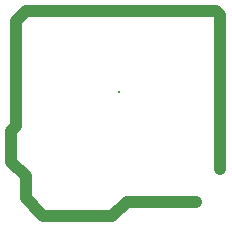
<source format=gts>
G04*
G04 #@! TF.GenerationSoftware,Altium Limited,Altium Designer,19.1.5 (86)*
G04*
G04 Layer_Color=8388736*
%FSAX25Y25*%
%MOIN*%
G70*
G01*
G75*
%ADD12C,0.03937*%
%ADD13C,0.00800*%
D12*
X0150716Y0128110D02*
X0173748D01*
X0145992Y0123386D02*
X0150716Y0128110D01*
X0112331Y0151693D02*
X0113236Y0152598D01*
X0112331Y0141373D02*
Y0151693D01*
Y0141373D02*
X0117055Y0136648D01*
Y0129213D02*
Y0136648D01*
X0113906Y0153307D02*
Y0188347D01*
X0117055Y0191496D01*
X0122882Y0123386D02*
X0145992D01*
X0122276Y0123992D02*
X0122882Y0123386D01*
X0117055Y0129213D02*
X0122276Y0123992D01*
X0182016Y0138937D02*
Y0190157D01*
X0180677Y0191496D02*
X0182016Y0190157D01*
X0117055Y0191496D02*
X0180677Y0191496D01*
D13*
X0148295Y0164725D02*
D03*
M02*

</source>
